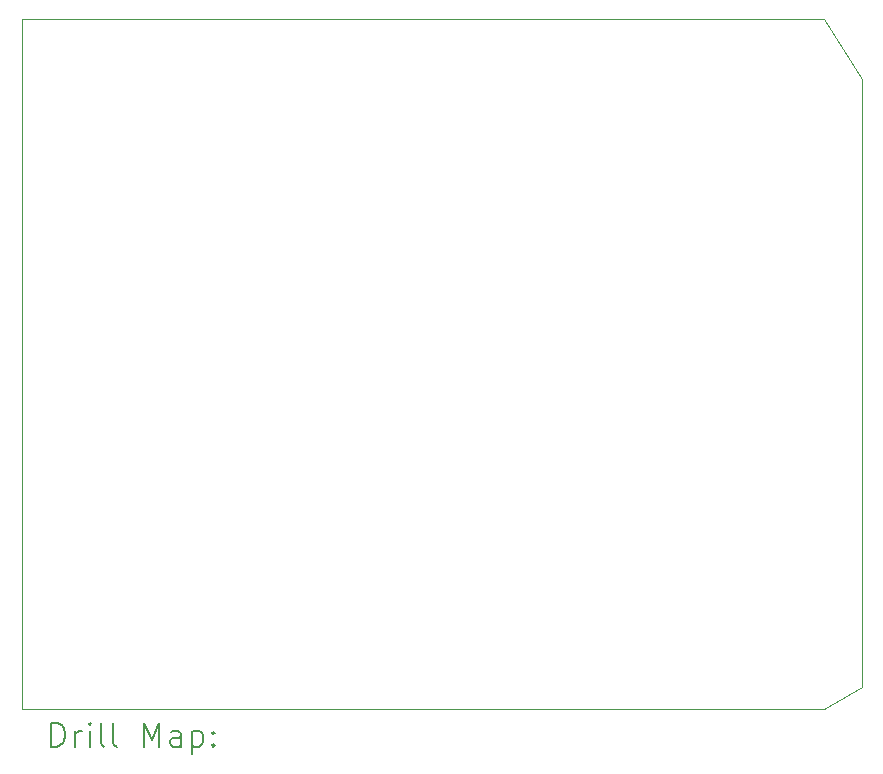
<source format=gbr>
%TF.GenerationSoftware,KiCad,Pcbnew,(6.0.7)*%
%TF.CreationDate,2022-08-22T17:27:30+09:00*%
%TF.ProjectId,LED_RL_SD,4c45445f-524c-45f5-9344-2e6b69636164,rev?*%
%TF.SameCoordinates,Original*%
%TF.FileFunction,Drillmap*%
%TF.FilePolarity,Positive*%
%FSLAX45Y45*%
G04 Gerber Fmt 4.5, Leading zero omitted, Abs format (unit mm)*
G04 Created by KiCad (PCBNEW (6.0.7)) date 2022-08-22 17:27:30*
%MOMM*%
%LPD*%
G01*
G04 APERTURE LIST*
%ADD10C,0.100000*%
%ADD11C,0.200000*%
G04 APERTURE END LIST*
D10*
X12192000Y-9461500D02*
X12192000Y-3619500D01*
X18986500Y-9461500D02*
X12192000Y-9461500D01*
X19304000Y-9271000D02*
X18986500Y-9461500D01*
X19304000Y-4127500D02*
X19304000Y-9271000D01*
X18986500Y-3619500D02*
X19304000Y-4127500D01*
X12192000Y-3619500D02*
X18986500Y-3619500D01*
D11*
X12444619Y-9776976D02*
X12444619Y-9576976D01*
X12492238Y-9576976D01*
X12520809Y-9586500D01*
X12539857Y-9605548D01*
X12549381Y-9624595D01*
X12558905Y-9662690D01*
X12558905Y-9691262D01*
X12549381Y-9729357D01*
X12539857Y-9748405D01*
X12520809Y-9767452D01*
X12492238Y-9776976D01*
X12444619Y-9776976D01*
X12644619Y-9776976D02*
X12644619Y-9643643D01*
X12644619Y-9681738D02*
X12654143Y-9662690D01*
X12663667Y-9653167D01*
X12682714Y-9643643D01*
X12701762Y-9643643D01*
X12768428Y-9776976D02*
X12768428Y-9643643D01*
X12768428Y-9576976D02*
X12758905Y-9586500D01*
X12768428Y-9596024D01*
X12777952Y-9586500D01*
X12768428Y-9576976D01*
X12768428Y-9596024D01*
X12892238Y-9776976D02*
X12873190Y-9767452D01*
X12863667Y-9748405D01*
X12863667Y-9576976D01*
X12997000Y-9776976D02*
X12977952Y-9767452D01*
X12968428Y-9748405D01*
X12968428Y-9576976D01*
X13225571Y-9776976D02*
X13225571Y-9576976D01*
X13292238Y-9719833D01*
X13358905Y-9576976D01*
X13358905Y-9776976D01*
X13539857Y-9776976D02*
X13539857Y-9672214D01*
X13530333Y-9653167D01*
X13511286Y-9643643D01*
X13473190Y-9643643D01*
X13454143Y-9653167D01*
X13539857Y-9767452D02*
X13520809Y-9776976D01*
X13473190Y-9776976D01*
X13454143Y-9767452D01*
X13444619Y-9748405D01*
X13444619Y-9729357D01*
X13454143Y-9710310D01*
X13473190Y-9700786D01*
X13520809Y-9700786D01*
X13539857Y-9691262D01*
X13635095Y-9643643D02*
X13635095Y-9843643D01*
X13635095Y-9653167D02*
X13654143Y-9643643D01*
X13692238Y-9643643D01*
X13711286Y-9653167D01*
X13720809Y-9662690D01*
X13730333Y-9681738D01*
X13730333Y-9738881D01*
X13720809Y-9757929D01*
X13711286Y-9767452D01*
X13692238Y-9776976D01*
X13654143Y-9776976D01*
X13635095Y-9767452D01*
X13816048Y-9757929D02*
X13825571Y-9767452D01*
X13816048Y-9776976D01*
X13806524Y-9767452D01*
X13816048Y-9757929D01*
X13816048Y-9776976D01*
X13816048Y-9653167D02*
X13825571Y-9662690D01*
X13816048Y-9672214D01*
X13806524Y-9662690D01*
X13816048Y-9653167D01*
X13816048Y-9672214D01*
M02*

</source>
